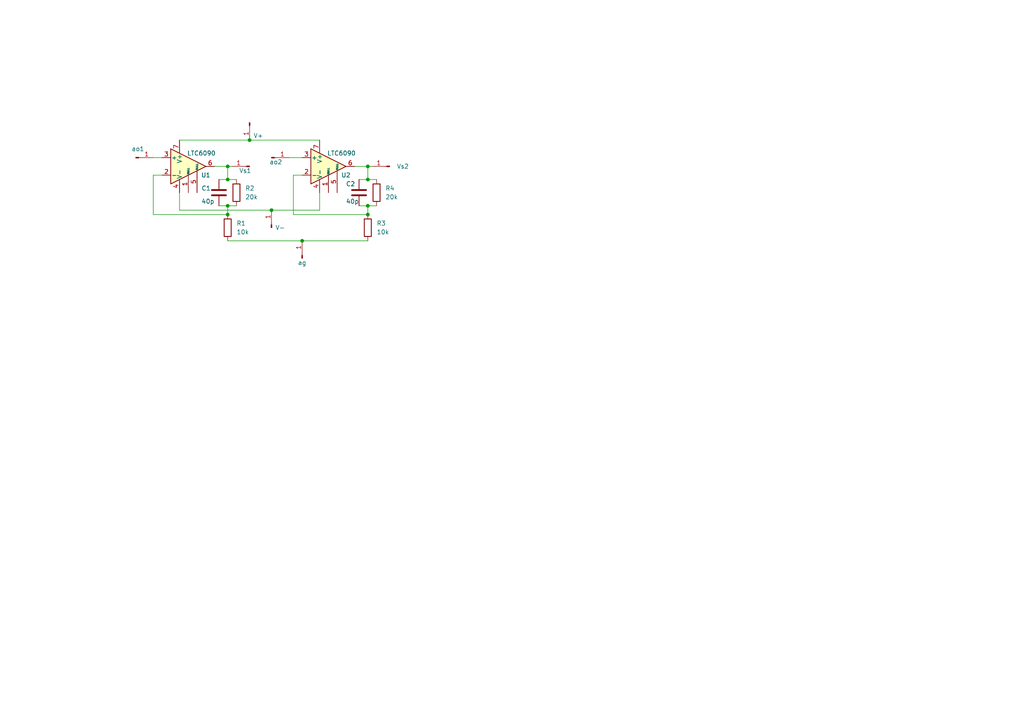
<source format=kicad_sch>
(kicad_sch (version 20230121) (generator eeschema)
  (paper "A4")
  (lib_symbols
    (symbol "Amplifier_Operational:LM741" (pin_names (offset 0.127))
      (property "Reference" "U1" (at 10.16 4.1909 0))
      (property "Value" "LM741" (at 10.16 1.6509 0))
      (symbol "LM741_0_1"
        (polyline (pts (xy -5.08 5.08) (xy 5.08 0) (xy -5.08 -5.08) (xy -5.08 5.08)) (stroke (width 0.254)) (fill (type background)))
      )
      (symbol "LM741_1_1"
        (pin input line (at 0 -7.62 90) (length 5.08) (name "NULL") (number "1"))
        (pin input line (at -7.62 -2.54 0) (length 2.54) (name "-") (number "2"))
        (pin input line (at -7.62 2.54 0) (length 2.54) (name "+") (number "3"))
        (pin power_in line (at -2.54 -7.62 90) (length 3.81) (name "V-") (number "4"))
        (pin input line (at 2.54 -7.62 90) (length 6.35) (name "NULL") (number "5"))
        (pin output line (at 7.62 0 180) (length 2.54) (name "~") (number "6"))
        (pin power_in line (at -2.54 7.62 270) (length 3.81) (name "V+") (number "7"))
        (pin input line (at 0 2.54 270) (length 2.54) hide (name "NC") (number "8"))
      )
    )
    (symbol "Connector:Conn_01x01_Pin" (pin_names (offset 1.016) hide)
      (property "Reference" "J" (at 0 2.54 0))
      (property "Value" "Conn_01x01_Pin" (at 0 -2.54 0))
      (symbol "Conn_01x01_Pin_1_1"
        (polyline (pts (xy 1.27 0) (xy 0.8636 0)) (stroke (width 0.1524)))
        (rectangle (start 0.8636 0.127) (end 0 -0.127) (stroke (width 0.1524)) (fill (type outline)))
        (pin passive line (at 5.08 0 180) (length 3.81) (name "Pin_1") (number "1"))
      )
    )
    (symbol "Device:C" (pin_numbers hide) (pin_names (offset 0.254))
      (property "Reference" "C" (at 0.635 2.54 0))
      (property "Value" "C" (at 0.635 -2.54 0))
      (symbol "C_0_1"
        (polyline (pts (xy -2.032 -0.762) (xy 2.032 -0.762)) (stroke (width 0.508)))
        (polyline (pts (xy -2.032 0.762) (xy 2.032 0.762)) (stroke (width 0.508)))
      )
      (symbol "C_1_1"
        (pin passive line (at 0 3.81 270) (length 2.794) (name "~") (number "1"))
        (pin passive line (at 0 -3.81 90) (length 2.794) (name "~") (number "2"))
      )
    )
    (symbol "Device:R" (pin_numbers hide) (pin_names (offset 0))
      (property "Reference" "R" (at 2.032 0 90))
      (property "Value" "R" (at 0 0 90))
      (symbol "R_0_1"
        (rectangle (start -1.016 -2.54) (end 1.016 2.54) (stroke (width 0.254)))
      )
      (symbol "R_1_1"
        (pin passive line (at 0 3.81 270) (length 1.27) (name "~") (number "1"))
        (pin passive line (at 0 -3.81 90) (length 1.27) (name "~") (number "2"))
      )
    )
    (symbol "LM741_1" (pin_names (offset 0.127))
      (property "Reference" "U2" (at 10.16 4.1909 0))
      (property "Value" "LM741" (at 10.16 1.6509 0))
      (symbol "LM741_1_0_1"
        (polyline (pts (xy -5.08 5.08) (xy 5.08 0) (xy -5.08 -5.08) (xy -5.08 5.08)) (stroke (width 0.254)) (fill (type background)))
      )
      (symbol "LM741_1_1_1"
        (pin input line (at 0 -7.62 90) (length 5.08) (name "NULL") (number "1"))
        (pin input line (at -7.62 -2.54 0) (length 2.54) (name "-") (number "2"))
        (pin input line (at -7.62 2.54 0) (length 2.54) (name "+") (number "3"))
        (pin power_in line (at -2.54 -7.62 90) (length 3.81) (name "V-") (number "4"))
        (pin input line (at 2.54 -7.62 90) (length 6.35) (name "NULL") (number "5"))
        (pin output line (at 7.62 0 180) (length 2.54) (name "~") (number "6"))
        (pin power_in line (at -2.54 7.62 270) (length 3.81) (name "V+") (number "7"))
        (pin input line (at 0 2.54 270) (length 2.54) hide (name "NC") (number "8"))
      )
    )
  )
  (junction (at 106.68 59.69))
  (junction (at 66.04 52.07))
  (junction (at 66.04 59.69))
  (junction (at 66.04 62.23))
  (junction (at 66.04 48.26))
  (junction (at 106.68 62.23))
  (junction (at 78.74 60.96))
  (junction (at 87.63 69.85))
  (junction (at 106.68 48.26))
  (junction (at 72.39 40.64))
  (junction (at 106.68 52.07))
  (wire (pts (xy 92.71 55.88) (xy 92.71 60.96)))
  (wire (pts (xy 66.04 59.69) (xy 66.04 62.23)))
  (wire (pts (xy 85.09 62.23) (xy 85.09 50.8)))
  (wire (pts (xy 83.82 45.72) (xy 87.63 45.72)))
  (wire (pts (xy 106.68 59.69) (xy 109.22 59.69)))
  (wire (pts (xy 52.07 60.96) (xy 78.74 60.96)))
  (wire (pts (xy 44.45 50.8) (xy 46.99 50.8)))
  (wire (pts (xy 62.23 48.26) (xy 66.04 48.26)))
  (wire (pts (xy 85.09 50.8) (xy 87.63 50.8)))
  (wire (pts (xy 66.04 52.07) (xy 68.58 52.07)))
  (wire (pts (xy 63.5 52.07) (xy 66.04 52.07)))
  (wire (pts (xy 52.07 55.88) (xy 52.07 60.96)))
  (wire (pts (xy 106.68 52.07) (xy 109.22 52.07)))
  (wire (pts (xy 66.04 69.85) (xy 87.63 69.85)))
  (wire (pts (xy 66.04 48.26) (xy 66.04 52.07)))
  (wire (pts (xy 66.04 48.26) (xy 67.31 48.26)))
  (wire (pts (xy 106.68 59.69) (xy 106.68 62.23)))
  (wire (pts (xy 66.04 59.69) (xy 68.58 59.69)))
  (wire (pts (xy 92.71 60.96) (xy 78.74 60.96)))
  (wire (pts (xy 63.5 59.69) (xy 66.04 59.69)))
  (wire (pts (xy 66.04 62.23) (xy 44.45 62.23)))
  (wire (pts (xy 44.45 45.72) (xy 46.99 45.72)))
  (wire (pts (xy 72.39 40.64) (xy 92.71 40.64)))
  (wire (pts (xy 44.45 62.23) (xy 44.45 50.8)))
  (wire (pts (xy 104.14 52.07) (xy 106.68 52.07)))
  (wire (pts (xy 104.14 59.69) (xy 106.68 59.69)))
  (wire (pts (xy 106.68 48.26) (xy 106.68 52.07)))
  (wire (pts (xy 52.07 40.64) (xy 72.39 40.64)))
  (wire (pts (xy 106.68 48.26) (xy 107.95 48.26)))
  (wire (pts (xy 106.68 62.23) (xy 85.09 62.23)))
  (wire (pts (xy 87.63 69.85) (xy 106.68 69.85)))
  (wire (pts (xy 102.87 48.26) (xy 106.68 48.26)))
  (symbol (lib_id "Connector:Conn_01x01_Pin") (at 78.74 66.04 90) (unit 1)
    (property "Reference" "V-" (at 81.28 66.04 90))
    (property "Value" "Conn_01x01_Pin" (effects hide))
    (property "Footprint" "Connector_Pin:Pin_D0.7mm_L6.5mm_W1.8mm_FlatFork" (effects hide))
  )
  (symbol (lib_id "Device:R") (at 109.22 55.88 0) (unit 1)
    (property "Reference" "R4" (at 111.76 54.61 0) (effects (justify left)))
    (property "Value" "20k" (at 111.76 57.15 0) (effects (justify left)))
    (property "Footprint" "Resistor_THT:R_Axial_DIN0207_L6.3mm_D2.5mm_P7.62mm_Horizontal" (effects hide))
  )
  (symbol (lib_id "Connector:Conn_01x01_Pin") (at 39.37 45.72 0) (unit 1)
    (property "Reference" "ao1" (at 40.005 43.18 0))
    (property "Value" "Conn_01x01_Pin" (effects hide))
    (property "Footprint" "Connector_Pin:Pin_D0.7mm_L6.5mm_W1.8mm_FlatFork" (effects hide))
  )
  (symbol (lib_id "Device:R") (at 66.04 66.04 0) (unit 1)
    (property "Reference" "R1" (at 68.58 64.77 0) (effects (justify left)))
    (property "Value" "10k" (at 68.58 67.31 0) (effects (justify left)))
    (property "Footprint" "Resistor_THT:R_Axial_DIN0207_L6.3mm_D2.5mm_P7.62mm_Horizontal" (effects hide))
  )
  (symbol (lib_id "Device:R") (at 68.58 55.88 0) (unit 1)
    (property "Reference" "R2" (at 71.12 54.61 0) (effects (justify left)))
    (property "Value" "20k" (at 71.12 57.15 0) (effects (justify left)))
    (property "Footprint" "Resistor_THT:R_Axial_DIN0207_L6.3mm_D2.5mm_P7.62mm_Horizontal" (effects hide))
  )
  (symbol (lib_id "Connector:Conn_01x01_Pin") (at 72.39 48.26 180) (unit 1)
    (property "Reference" "Vs1" (at 71.12 49.53 0))
    (property "Value" "Conn_01x01_Pin" (effects hide))
    (property "Footprint" "Connector_Pin:Pin_D0.7mm_L6.5mm_W1.8mm_FlatFork" (effects hide))
  )
  (symbol (lib_id "Device:C") (at 63.5 55.88 0) (unit 1)
    (property "Reference" "C1" (at 58.42 54.61 0) (effects (justify left)))
    (property "Value" "40p" (at 58.42 58.42 0) (effects (justify left)))
    (property "Footprint" "Capacitor_THT:C_Disc_D5.0mm_W2.5mm_P2.50mm" (effects hide))
  )
  (symbol (lib_id "Connector:Conn_01x01_Pin") (at 72.39 35.56 270) (unit 1)
    (property "Reference" "V+" (at 74.93 39.37 90))
    (property "Value" "Conn_01x01_Pin" (effects hide))
    (property "Footprint" "Connector_Pin:Pin_D0.7mm_L6.5mm_W1.8mm_FlatFork" (effects hide))
  )
  (symbol (lib_id "Connector:Conn_01x01_Pin") (at 78.74 45.72 0) (unit 1)
    (property "Reference" "ao2" (at 80.01 46.99 0))
    (property "Value" "Conn_01x01_Pin" (effects hide))
    (property "Footprint" "Connector_Pin:Pin_D0.7mm_L6.5mm_W1.8mm_FlatFork" (effects hide))
  )
  (symbol (lib_id "Amplifier_Operational:LM741") (at 54.61 48.26 0) (unit 1)
    (property "Reference" "U1" (at 59.69 50.8 0))
    (property "Value" "LTC6090" (at 58.42 44.45 0))
    (property "Footprint" "Package_DIP:DIP-8_W7.62mm" (effects hide))
    (property "Datasheet" "http://www.ti.com/lit/ds/symlink/lm741.pdf" (effects hide))
  )
  (symbol (lib_id "Connector:Conn_01x01_Pin") (at 113.03 48.26 180) (unit 1)
    (property "Reference" "Vs2" (at 116.84 48.26 0))
    (property "Value" "Conn_01x01_Pin" (effects hide))
    (property "Footprint" "Connector_Pin:Pin_D0.7mm_L6.5mm_W1.8mm_FlatFork" (effects hide))
  )
  (symbol (lib_id "Device:R") (at 106.68 66.04 0) (unit 1)
    (property "Reference" "R3" (at 109.22 64.77 0) (effects (justify left)))
    (property "Value" "10k" (at 109.22 67.31 0) (effects (justify left)))
    (property "Footprint" "Resistor_THT:R_Axial_DIN0207_L6.3mm_D2.5mm_P7.62mm_Horizontal" (effects hide))
  )
  (symbol (lib_name "LM741_1") (lib_id "Amplifier_Operational:LM741") (at 95.25 48.26 0) (unit 1)
    (property "Reference" "U2" (at 100.33 50.8 0))
    (property "Value" "LTC6090" (at 99.06 44.45 0))
    (property "Footprint" "Package_DIP:DIP-8_W7.62mm" (effects hide))
    (property "Datasheet" "http://www.ti.com/lit/ds/symlink/lm741.pdf" (effects hide))
  )
  (symbol (lib_id "Connector:Conn_01x01_Pin") (at 87.63 74.93 90) (unit 1)
    (property "Reference" "ag" (at 87.63 76.2 90))
    (property "Value" "Conn_01x01_Pin" (effects hide))
    (property "Footprint" "Connector_Pin:Pin_D0.7mm_L6.5mm_W1.8mm_FlatFork" (effects hide))
  )
  (symbol (lib_id "Device:C") (at 104.14 55.88 0) (unit 1)
    (property "Reference" "C2" (at 100.33 53.34 0) (effects (justify left)))
    (property "Value" "40p" (at 100.33 58.42 0) (effects (justify left)))
    (property "Footprint" "Capacitor_THT:C_Disc_D5.0mm_W2.5mm_P2.50mm" (effects hide))
  )
)
</source>
